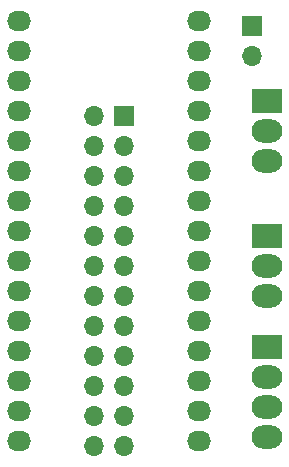
<source format=gbr>
G04 #@! TF.GenerationSoftware,KiCad,Pcbnew,(5.1.4-0-10_14)*
G04 #@! TF.CreationDate,2019-11-14T12:21:28+01:00*
G04 #@! TF.ProjectId,NANO IO,4e414e4f-2049-44f2-9e6b-696361645f70,-*
G04 #@! TF.SameCoordinates,Original*
G04 #@! TF.FileFunction,Soldermask,Bot*
G04 #@! TF.FilePolarity,Negative*
%FSLAX46Y46*%
G04 Gerber Fmt 4.6, Leading zero omitted, Abs format (unit mm)*
G04 Created by KiCad (PCBNEW (5.1.4-0-10_14)) date 2019-11-14 12:21:28*
%MOMM*%
%LPD*%
G04 APERTURE LIST*
%ADD10O,1.700000X1.700000*%
%ADD11R,1.700000X1.700000*%
%ADD12R,2.600000X2.000000*%
%ADD13O,2.600000X2.000000*%
%ADD14O,2.032000X1.727200*%
G04 APERTURE END LIST*
D10*
X149860000Y-75565000D03*
D11*
X149860000Y-73025000D03*
D12*
X151104600Y-100203000D03*
D13*
X151104600Y-102743000D03*
X151104600Y-105283000D03*
X151104600Y-107823000D03*
D14*
X130124200Y-72593200D03*
X130124200Y-75133200D03*
X130124200Y-77673200D03*
X130124200Y-80213200D03*
X130124200Y-82753200D03*
X130124200Y-85293200D03*
X130124200Y-87833200D03*
X130124200Y-90373200D03*
X130124200Y-92913200D03*
X130124200Y-95453200D03*
X130124200Y-97993200D03*
X130124200Y-100533200D03*
X130124200Y-103073200D03*
X130124200Y-105613200D03*
X130124200Y-108153200D03*
X145364200Y-72593200D03*
X145364200Y-75133200D03*
X145364200Y-77673200D03*
X145364200Y-80213200D03*
X145364200Y-82753200D03*
X145364200Y-85293200D03*
X145364200Y-87833200D03*
X145364200Y-90373200D03*
X145364200Y-92913200D03*
X145364200Y-95453200D03*
X145364200Y-97993200D03*
X145364200Y-100533200D03*
X145364200Y-103073200D03*
X145364200Y-105613200D03*
X145364200Y-108153200D03*
D12*
X151130000Y-90805000D03*
D13*
X151130000Y-93345000D03*
X151130000Y-95885000D03*
D12*
X151130000Y-79375000D03*
D13*
X151130000Y-81915000D03*
X151130000Y-84455000D03*
D11*
X139065000Y-80645000D03*
D10*
X136525000Y-80645000D03*
X139065000Y-83185000D03*
X136525000Y-83185000D03*
X139065000Y-85725000D03*
X136525000Y-85725000D03*
X139065000Y-88265000D03*
X136525000Y-88265000D03*
X139065000Y-90805000D03*
X136525000Y-90805000D03*
X139065000Y-93345000D03*
X136525000Y-93345000D03*
X139065000Y-95885000D03*
X136525000Y-95885000D03*
X139065000Y-98425000D03*
X136525000Y-98425000D03*
X139065000Y-100965000D03*
X136525000Y-100965000D03*
X139065000Y-103505000D03*
X136525000Y-103505000D03*
X139065000Y-106045000D03*
X136525000Y-106045000D03*
X139065000Y-108585000D03*
X136525000Y-108585000D03*
M02*

</source>
